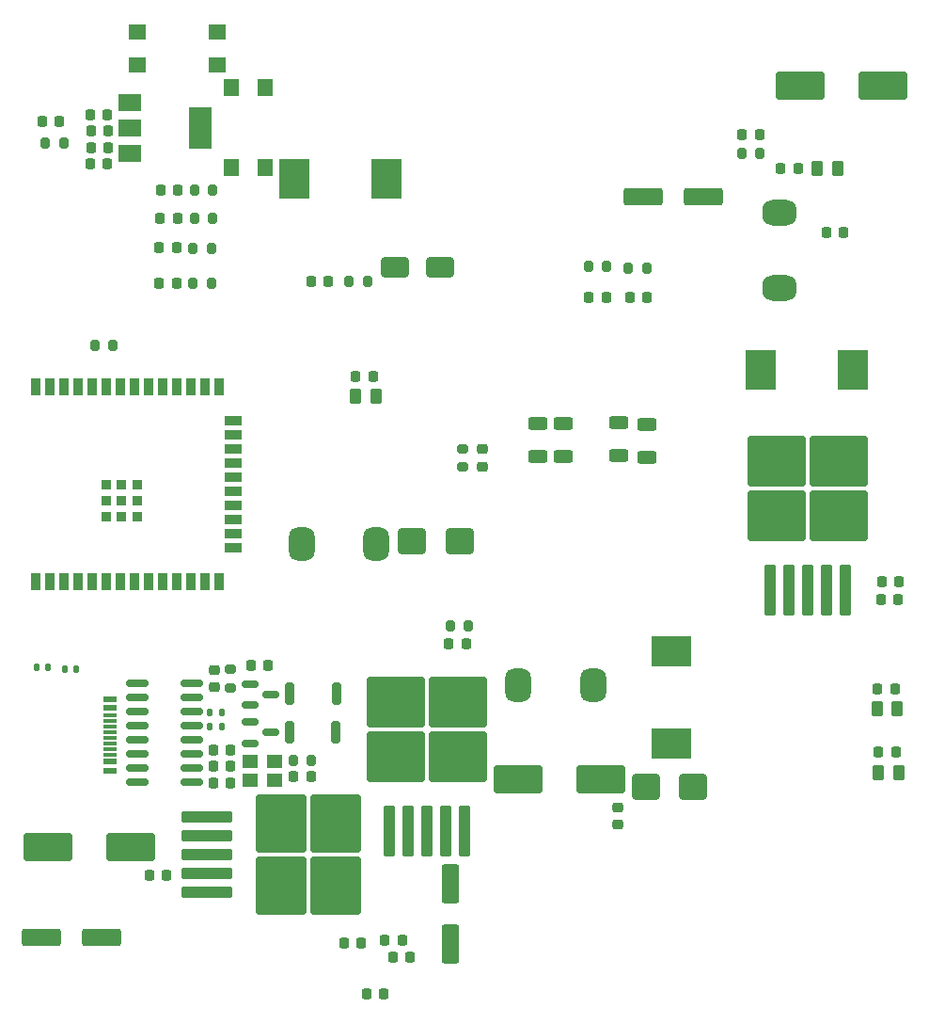
<source format=gbr>
%TF.GenerationSoftware,KiCad,Pcbnew,8.0.2*%
%TF.CreationDate,2024-05-19T21:43:39+05:30*%
%TF.ProjectId,Evoborne,45766f62-6f72-46e6-952e-6b696361645f,rev?*%
%TF.SameCoordinates,Original*%
%TF.FileFunction,Paste,Top*%
%TF.FilePolarity,Positive*%
%FSLAX46Y46*%
G04 Gerber Fmt 4.6, Leading zero omitted, Abs format (unit mm)*
G04 Created by KiCad (PCBNEW 8.0.2) date 2024-05-19 21:43:39*
%MOMM*%
%LPD*%
G01*
G04 APERTURE LIST*
G04 Aperture macros list*
%AMRoundRect*
0 Rectangle with rounded corners*
0 $1 Rounding radius*
0 $2 $3 $4 $5 $6 $7 $8 $9 X,Y pos of 4 corners*
0 Add a 4 corners polygon primitive as box body*
4,1,4,$2,$3,$4,$5,$6,$7,$8,$9,$2,$3,0*
0 Add four circle primitives for the rounded corners*
1,1,$1+$1,$2,$3*
1,1,$1+$1,$4,$5*
1,1,$1+$1,$6,$7*
1,1,$1+$1,$8,$9*
0 Add four rect primitives between the rounded corners*
20,1,$1+$1,$2,$3,$4,$5,0*
20,1,$1+$1,$4,$5,$6,$7,0*
20,1,$1+$1,$6,$7,$8,$9,0*
20,1,$1+$1,$8,$9,$2,$3,0*%
G04 Aperture macros list end*
%ADD10RoundRect,0.250000X1.500000X0.550000X-1.500000X0.550000X-1.500000X-0.550000X1.500000X-0.550000X0*%
%ADD11RoundRect,0.200000X-0.200000X-0.275000X0.200000X-0.275000X0.200000X0.275000X-0.200000X0.275000X0*%
%ADD12RoundRect,0.250000X0.300000X-2.050000X0.300000X2.050000X-0.300000X2.050000X-0.300000X-2.050000X0*%
%ADD13RoundRect,0.250000X2.375000X-2.025000X2.375000X2.025000X-2.375000X2.025000X-2.375000X-2.025000X0*%
%ADD14R,2.700000X3.600000*%
%ADD15RoundRect,0.250000X-1.000000X-0.650000X1.000000X-0.650000X1.000000X0.650000X-1.000000X0.650000X0*%
%ADD16RoundRect,0.200000X-0.200000X-0.800000X0.200000X-0.800000X0.200000X0.800000X-0.200000X0.800000X0*%
%ADD17R,0.900000X1.500000*%
%ADD18R,1.500000X0.900000*%
%ADD19R,0.900000X0.900000*%
%ADD20RoundRect,0.225000X-0.225000X-0.250000X0.225000X-0.250000X0.225000X0.250000X-0.225000X0.250000X0*%
%ADD21RoundRect,0.250000X0.550000X-1.500000X0.550000X1.500000X-0.550000X1.500000X-0.550000X-1.500000X0*%
%ADD22RoundRect,0.200000X0.200000X0.275000X-0.200000X0.275000X-0.200000X-0.275000X0.200000X-0.275000X0*%
%ADD23RoundRect,0.250000X-1.000000X-0.900000X1.000000X-0.900000X1.000000X0.900000X-1.000000X0.900000X0*%
%ADD24RoundRect,0.200000X0.275000X-0.200000X0.275000X0.200000X-0.275000X0.200000X-0.275000X-0.200000X0*%
%ADD25RoundRect,0.250000X1.950000X1.000000X-1.950000X1.000000X-1.950000X-1.000000X1.950000X-1.000000X0*%
%ADD26RoundRect,0.225000X0.225000X0.250000X-0.225000X0.250000X-0.225000X-0.250000X0.225000X-0.250000X0*%
%ADD27RoundRect,0.218750X-0.218750X-0.256250X0.218750X-0.256250X0.218750X0.256250X-0.218750X0.256250X0*%
%ADD28RoundRect,0.200000X-0.275000X0.200000X-0.275000X-0.200000X0.275000X-0.200000X0.275000X0.200000X0*%
%ADD29R,1.600000X1.400000*%
%ADD30RoundRect,0.218750X0.218750X0.256250X-0.218750X0.256250X-0.218750X-0.256250X0.218750X-0.256250X0*%
%ADD31RoundRect,0.150000X-0.587500X-0.150000X0.587500X-0.150000X0.587500X0.150000X-0.587500X0.150000X0*%
%ADD32R,1.400000X1.600000*%
%ADD33RoundRect,0.250000X0.262500X0.450000X-0.262500X0.450000X-0.262500X-0.450000X0.262500X-0.450000X0*%
%ADD34RoundRect,0.218750X-0.256250X0.218750X-0.256250X-0.218750X0.256250X-0.218750X0.256250X0.218750X0*%
%ADD35RoundRect,0.135000X0.135000X0.185000X-0.135000X0.185000X-0.135000X-0.185000X0.135000X-0.185000X0*%
%ADD36RoundRect,0.135000X-0.135000X-0.185000X0.135000X-0.185000X0.135000X0.185000X-0.135000X0.185000X0*%
%ADD37RoundRect,0.885400X-0.279600X-0.649600X0.279600X-0.649600X0.279600X0.649600X-0.279600X0.649600X0*%
%ADD38RoundRect,0.250000X0.625000X-0.312500X0.625000X0.312500X-0.625000X0.312500X-0.625000X-0.312500X0*%
%ADD39RoundRect,0.225000X0.250000X-0.225000X0.250000X0.225000X-0.250000X0.225000X-0.250000X-0.225000X0*%
%ADD40RoundRect,0.250000X-1.950000X-1.000000X1.950000X-1.000000X1.950000X1.000000X-1.950000X1.000000X0*%
%ADD41RoundRect,0.250000X1.000000X0.900000X-1.000000X0.900000X-1.000000X-0.900000X1.000000X-0.900000X0*%
%ADD42RoundRect,0.250000X-2.050000X-0.300000X2.050000X-0.300000X2.050000X0.300000X-2.050000X0.300000X0*%
%ADD43RoundRect,0.250000X-2.025000X-2.375000X2.025000X-2.375000X2.025000X2.375000X-2.025000X2.375000X0*%
%ADD44R,1.240000X0.600000*%
%ADD45R,1.240000X0.300000*%
%ADD46R,2.000000X1.500000*%
%ADD47R,2.000000X3.800000*%
%ADD48R,3.600000X2.700000*%
%ADD49RoundRect,0.250000X-1.500000X-0.550000X1.500000X-0.550000X1.500000X0.550000X-1.500000X0.550000X0*%
%ADD50RoundRect,0.250000X-0.262500X-0.450000X0.262500X-0.450000X0.262500X0.450000X-0.262500X0.450000X0*%
%ADD51R,1.400000X1.200000*%
%ADD52RoundRect,0.885400X0.649600X-0.279600X0.649600X0.279600X-0.649600X0.279600X-0.649600X-0.279600X0*%
%ADD53RoundRect,0.150000X-0.825000X-0.150000X0.825000X-0.150000X0.825000X0.150000X-0.825000X0.150000X0*%
G04 APERTURE END LIST*
D10*
%TO.C,C12*%
X57410000Y-144520000D03*
X52010000Y-144520000D03*
%TD*%
D11*
%TO.C,R14*%
X104840000Y-84290000D03*
X106490000Y-84290000D03*
%TD*%
%TO.C,R20*%
X52355000Y-73000000D03*
X54005000Y-73000000D03*
%TD*%
D12*
%TO.C,U5*%
X83285000Y-134935000D03*
X84985000Y-134935000D03*
X86685000Y-134935000D03*
D13*
X83910000Y-128210000D03*
X89460000Y-128210000D03*
X83910000Y-123360000D03*
X89460000Y-123360000D03*
D12*
X88385000Y-134935000D03*
X90085000Y-134935000D03*
%TD*%
D11*
%TO.C,R19*%
X115052500Y-73930000D03*
X116702500Y-73930000D03*
%TD*%
D14*
%TO.C,L3*%
X83050000Y-76210000D03*
X74750000Y-76210000D03*
%TD*%
D15*
%TO.C,D8*%
X83860000Y-84220000D03*
X87860000Y-84220000D03*
%TD*%
D16*
%TO.C,SW6*%
X74360000Y-122560000D03*
X78560000Y-122560000D03*
%TD*%
D17*
%TO.C,U3*%
X51480000Y-112450000D03*
X52750000Y-112450000D03*
X54020000Y-112450000D03*
X55290000Y-112450000D03*
X56560000Y-112450000D03*
X57830000Y-112450000D03*
X59100000Y-112450000D03*
X60370000Y-112450000D03*
X61640000Y-112450000D03*
X62910000Y-112450000D03*
X64180000Y-112450000D03*
X65450000Y-112450000D03*
X66720000Y-112450000D03*
X67990000Y-112450000D03*
D18*
X69240000Y-109415000D03*
X69240000Y-108145000D03*
X69240000Y-106875000D03*
X69240000Y-105605000D03*
X69240000Y-104335000D03*
X69240000Y-103065000D03*
X69240000Y-101795000D03*
X69240000Y-100525000D03*
X69240000Y-99255000D03*
X69240000Y-97985000D03*
D17*
X67990000Y-94950000D03*
X66720000Y-94950000D03*
X65450000Y-94950000D03*
X64180000Y-94950000D03*
X62910000Y-94950000D03*
X61640000Y-94950000D03*
X60370000Y-94950000D03*
X59100000Y-94950000D03*
X57830000Y-94950000D03*
X56560000Y-94950000D03*
X55290000Y-94950000D03*
X54020000Y-94950000D03*
X52750000Y-94950000D03*
X51480000Y-94950000D03*
D19*
X57800000Y-106600000D03*
X57800000Y-105200000D03*
X57800000Y-103800000D03*
X59200000Y-106600000D03*
X59200000Y-105200000D03*
X59200000Y-103800000D03*
X60600000Y-106600000D03*
X60600000Y-105200000D03*
X60600000Y-103800000D03*
%TD*%
D20*
%TO.C,C24*%
X74725000Y-130050000D03*
X76275000Y-130050000D03*
%TD*%
D21*
%TO.C,+C9*%
X88790000Y-145080000D03*
X88790000Y-139680000D03*
%TD*%
D12*
%TO.C,U4*%
X117610000Y-113250000D03*
X119310000Y-113250000D03*
X121010000Y-113250000D03*
D13*
X118235000Y-106525000D03*
X123785000Y-106525000D03*
X118235000Y-101675000D03*
X123785000Y-101675000D03*
D12*
X122710000Y-113250000D03*
X124410000Y-113250000D03*
%TD*%
D11*
%TO.C,R18*%
X65790000Y-77280000D03*
X67440000Y-77280000D03*
%TD*%
D22*
%TO.C,R11*%
X102885000Y-84110000D03*
X101235000Y-84110000D03*
%TD*%
D20*
%TO.C,C13*%
X81280000Y-149606000D03*
X82830000Y-149606000D03*
%TD*%
D23*
%TO.C,D3*%
X85330000Y-108820000D03*
X89630000Y-108820000D03*
%TD*%
D24*
%TO.C,R8*%
X69010000Y-122015000D03*
X69010000Y-120365000D03*
%TD*%
D25*
%TO.C,C11+*%
X102340000Y-130230000D03*
X94940000Y-130230000D03*
%TD*%
D26*
%TO.C,C17*%
X129140000Y-114100000D03*
X127590000Y-114100000D03*
%TD*%
D27*
%TO.C,D18*%
X52044500Y-71120000D03*
X53619500Y-71120000D03*
%TD*%
D28*
%TO.C,R12*%
X89916000Y-100521000D03*
X89916000Y-102171000D03*
%TD*%
D11*
%TO.C,R17*%
X65752500Y-79830000D03*
X67402500Y-79830000D03*
%TD*%
D29*
%TO.C,SW7_4*%
X60662000Y-66016000D03*
X67862000Y-66016000D03*
X60662000Y-63016000D03*
X67862000Y-63016000D03*
%TD*%
D26*
%TO.C,C3*%
X57990000Y-71950000D03*
X56440000Y-71950000D03*
%TD*%
D20*
%TO.C,C21*%
X67500000Y-130560000D03*
X69050000Y-130560000D03*
%TD*%
%TO.C,C22*%
X67500000Y-127620000D03*
X69050000Y-127620000D03*
%TD*%
D16*
%TO.C,SW5*%
X74320000Y-126020000D03*
X78520000Y-126020000D03*
%TD*%
D30*
%TO.C,D15+*%
X64270000Y-79840000D03*
X62695000Y-79840000D03*
%TD*%
D31*
%TO.C,Q1*%
X70785000Y-125110000D03*
X70785000Y-127010000D03*
X72660000Y-126060000D03*
%TD*%
%TO.C,Q2*%
X70780000Y-121680000D03*
X70780000Y-123580000D03*
X72655000Y-122630000D03*
%TD*%
D32*
%TO.C,SW8_2*%
X69112000Y-68028000D03*
X69112000Y-75228000D03*
X72112000Y-68028000D03*
X72112000Y-75228000D03*
%TD*%
D30*
%TO.C,D13+*%
X64180000Y-85620000D03*
X62605000Y-85620000D03*
%TD*%
D20*
%TO.C,C25*%
X70840000Y-120060000D03*
X72390000Y-120060000D03*
%TD*%
D33*
%TO.C,R22*%
X123692500Y-75320000D03*
X121867500Y-75320000D03*
%TD*%
D34*
%TO.C,+D10*%
X91694000Y-100558500D03*
X91694000Y-102133500D03*
%TD*%
D30*
%TO.C,+D2*%
X128829000Y-122174000D03*
X127254000Y-122174000D03*
%TD*%
D14*
%TO.C,L1*%
X116800000Y-93410000D03*
X125100000Y-93410000D03*
%TD*%
D20*
%TO.C,C15*%
X61695000Y-138940000D03*
X63245000Y-138940000D03*
%TD*%
D30*
%TO.C,+D9*%
X102877500Y-86890000D03*
X101302500Y-86890000D03*
%TD*%
%TO.C,D14+*%
X64147500Y-82450000D03*
X62572500Y-82450000D03*
%TD*%
D35*
%TO.C,R29\u002C28*%
X68210000Y-124220000D03*
X67190000Y-124220000D03*
%TD*%
D36*
%TO.C,R25*%
X54090000Y-120320000D03*
X55110000Y-120320000D03*
%TD*%
D27*
%TO.C,D5+*%
X115072500Y-72270000D03*
X116647500Y-72270000D03*
%TD*%
D11*
%TO.C,R9*%
X74680000Y-128550000D03*
X76330000Y-128550000D03*
%TD*%
D37*
%TO.C,D7*%
X82157500Y-109060000D03*
X75427500Y-109060000D03*
%TD*%
D38*
%TO.C,R4*%
X106500000Y-101285000D03*
X106500000Y-98360000D03*
%TD*%
D37*
%TO.C,D6*%
X101660000Y-121800000D03*
X94930000Y-121800000D03*
%TD*%
D30*
%TO.C,+D11*%
X90247500Y-118100000D03*
X88672500Y-118100000D03*
%TD*%
D11*
%TO.C,R15*%
X65650000Y-85640000D03*
X67300000Y-85640000D03*
%TD*%
D26*
%TO.C,C2*%
X57960000Y-74930000D03*
X56410000Y-74930000D03*
%TD*%
D39*
%TO.C,C10*%
X103930000Y-134340000D03*
X103930000Y-132790000D03*
%TD*%
D30*
%TO.C,D16+*%
X64287500Y-77260000D03*
X62712500Y-77260000D03*
%TD*%
D36*
%TO.C,R26*%
X51570000Y-120220000D03*
X52590000Y-120220000D03*
%TD*%
D27*
%TO.C,D12+*%
X104972500Y-86940000D03*
X106547500Y-86940000D03*
%TD*%
D20*
%TO.C,C6*%
X127675000Y-112520000D03*
X129225000Y-112520000D03*
%TD*%
D11*
%TO.C,R27*%
X56800000Y-91200000D03*
X58450000Y-91200000D03*
%TD*%
D20*
%TO.C,C14*%
X79222000Y-145034000D03*
X80772000Y-145034000D03*
%TD*%
D26*
%TO.C,C4*%
X57960000Y-70490000D03*
X56410000Y-70490000D03*
%TD*%
D27*
%TO.C,D19+*%
X118545000Y-75310000D03*
X120120000Y-75310000D03*
%TD*%
D39*
%TO.C,C23*%
X67540000Y-121995000D03*
X67540000Y-120445000D03*
%TD*%
D40*
%TO.C,C16*%
X52610000Y-136360000D03*
X60010000Y-136360000D03*
%TD*%
D41*
%TO.C,D1*%
X110700000Y-130920000D03*
X106400000Y-130920000D03*
%TD*%
D42*
%TO.C,U6*%
X66890000Y-133640000D03*
X66890000Y-135340000D03*
X66890000Y-137040000D03*
D43*
X73615000Y-134265000D03*
X73615000Y-139815000D03*
X78465000Y-134265000D03*
X78465000Y-139815000D03*
D42*
X66890000Y-138740000D03*
X66890000Y-140440000D03*
%TD*%
D22*
%TO.C,R21*%
X81340000Y-85460000D03*
X79690000Y-85460000D03*
%TD*%
D27*
%TO.C,D20+*%
X127382500Y-127840000D03*
X128957500Y-127840000D03*
%TD*%
D44*
%TO.C,J14*%
X58175000Y-123070000D03*
X58175000Y-123870000D03*
D45*
X58175000Y-125020000D03*
X58175000Y-126020000D03*
X58175000Y-126520000D03*
X58175000Y-127520000D03*
D44*
X58175000Y-128670000D03*
X58175000Y-129470000D03*
X58175000Y-129470000D03*
X58175000Y-128670000D03*
D45*
X58175000Y-128020000D03*
X58175000Y-127020000D03*
X58175000Y-125520000D03*
X58175000Y-124520000D03*
D44*
X58175000Y-123870000D03*
X58175000Y-123070000D03*
%TD*%
D25*
%TO.C,C19+*%
X127750000Y-67890000D03*
X120350000Y-67890000D03*
%TD*%
D38*
%TO.C,R2*%
X96680000Y-101192500D03*
X96680000Y-98267500D03*
%TD*%
D46*
%TO.C,U2*%
X59980000Y-69390000D03*
X59980000Y-71690000D03*
D47*
X66280000Y-71690000D03*
D46*
X59980000Y-73990000D03*
%TD*%
D20*
%TO.C,C20*%
X67480000Y-129100000D03*
X69030000Y-129100000D03*
%TD*%
%TO.C,C26*%
X80305000Y-94050000D03*
X81855000Y-94050000D03*
%TD*%
D26*
%TO.C,C1*%
X57990000Y-73470000D03*
X56440000Y-73470000D03*
%TD*%
D48*
%TO.C,L2*%
X108730000Y-127070000D03*
X108730000Y-118770000D03*
%TD*%
D27*
%TO.C,D17+*%
X76275000Y-85450000D03*
X77850000Y-85450000D03*
%TD*%
D49*
%TO.C,C5*%
X106170000Y-77850000D03*
X111570000Y-77850000D03*
%TD*%
D20*
%TO.C,C18*%
X122656000Y-81100000D03*
X124206000Y-81100000D03*
%TD*%
D33*
%TO.C,R23*%
X129079000Y-123952000D03*
X127254000Y-123952000D03*
%TD*%
D50*
%TO.C,R24*%
X127387500Y-129640000D03*
X129212500Y-129640000D03*
%TD*%
D38*
%TO.C,R3*%
X104010000Y-101125000D03*
X104010000Y-98200000D03*
%TD*%
D50*
%TO.C,R10*%
X80277500Y-95810000D03*
X82102500Y-95810000D03*
%TD*%
D51*
%TO.C,Y1*%
X70780000Y-130370000D03*
X72980000Y-130370000D03*
X72980000Y-128670000D03*
X70780000Y-128670000D03*
%TD*%
D52*
%TO.C,D4*%
X118430000Y-79302500D03*
X118430000Y-86032500D03*
%TD*%
D35*
%TO.C,R28*%
X68210000Y-125490000D03*
X67190000Y-125490000D03*
%TD*%
D20*
%TO.C,C8*%
X83630000Y-146230000D03*
X85180000Y-146230000D03*
%TD*%
D38*
%TO.C,R1*%
X99020000Y-101210000D03*
X99020000Y-98285000D03*
%TD*%
D53*
%TO.C,U7*%
X60590000Y-121660000D03*
X60590000Y-122930000D03*
X60590000Y-124200000D03*
X60590000Y-125470000D03*
X60590000Y-126740000D03*
X60590000Y-128010000D03*
X60590000Y-129280000D03*
X60590000Y-130550000D03*
X65540000Y-130550000D03*
X65540000Y-129280000D03*
X65540000Y-128010000D03*
X65540000Y-126740000D03*
X65540000Y-125470000D03*
X65540000Y-124200000D03*
X65540000Y-122930000D03*
X65540000Y-121660000D03*
%TD*%
D20*
%TO.C,C7*%
X82920000Y-144740000D03*
X84470000Y-144740000D03*
%TD*%
D22*
%TO.C,R13*%
X90445000Y-116480000D03*
X88795000Y-116480000D03*
%TD*%
D11*
%TO.C,R16*%
X65625000Y-82470000D03*
X67275000Y-82470000D03*
%TD*%
M02*

</source>
